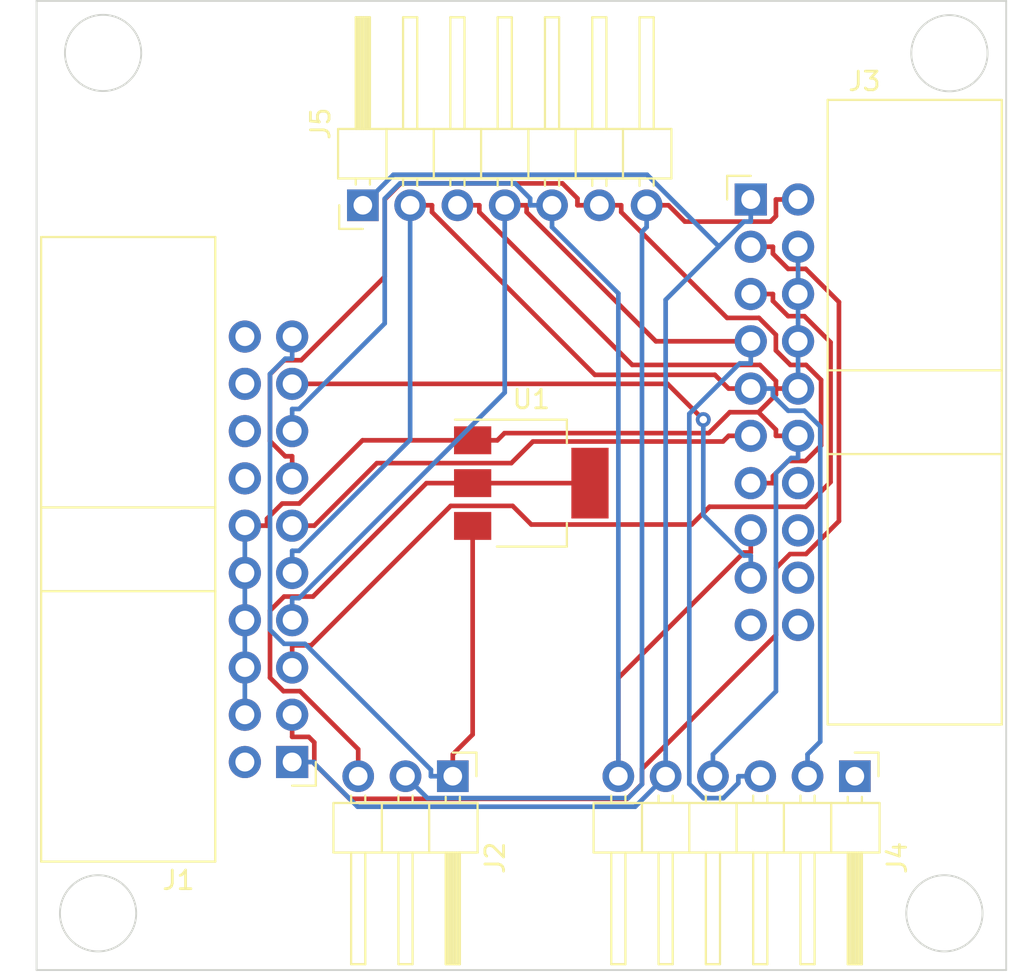
<source format=kicad_pcb>
(kicad_pcb (version 20210228) (generator pcbnew)
  (layers (0 "F.Cu" signal) (31 "B.Cu" signal) (34 "B.Paste" user) (35 "F.Paste" user) (36 "B.SilkS" user "B.Silkscreen") (37 "F.SilkS" user "F.Silkscreen") (38 "B.Mask" user) (39 "F.Mask" user) (44 "Edge.Cuts" user))
  (net 0 "")
  (net 1 "GND")
  (net 2 "/5Vout")
  (net 3 "Net-(J2-Pad3)")
  (net 6 "DBGRQ")
  (net 8 "nRESET")
  (net 10 "SWO")
  (net 11 "RTCK")
  (net 12 "PGC")
  (net 13 "PGD")
  (net 14 "TDI")
  (net 15 "nTRST")
  (net 17 "VTref")
  (net 18 "Vout")
  (footprint "Connector_PinHeader_2.54mm:PinHeader_1x03_P2.54mm_Horizontal" (layer "F.Cu") (at 132.08 116.078 -90)
    (fp_text reference "J2" (at 4.385 -2.27 90) (layer "F.SilkS"))
    (fp_text value "Conn_01x03")
    (fp_line (start 10.1 5.46) (end 4.1 5.46) (layer "F.SilkS") (width 0.12))
    (fp_line (start 1.44 1.27) (end 4.1 1.27) (layer "F.SilkS") (width 0.12))
    (fp_line (start 4.1 -0.32) (end 10.1 -0.32) (layer "F.SilkS") (width 0.12))
    (fp_line (start 1.11 0.38) (end 1.44 0.38) (layer "F.SilkS") (width 0.12))
    (fp_line (start 4.1 -0.38) (end 10.1 -0.38) (layer "F.SilkS") (width 0.12))
    (fp_line (start 1.44 3.81) (end 4.1 3.81) (layer "F.SilkS") (width 0.12))
    (fp_line (start -1.27 0) (end -1.27 -1.27) (layer "F.SilkS") (width 0.12))
    (fp_line (start 1.042929 4.7) (end 1.44 4.7) (layer "F.SilkS") (width 0.12))
    (fp_line (start 4.1 -0.08) (end 10.1 -0.08) (layer "F.SilkS") (width 0.12))
    (fp_line (start 4.1 2.16) (end 10.1 2.16) (layer "F.SilkS") (width 0.12))
    (fp_line (start 1.44 -1.33) (end 1.44 6.41) (layer "F.SilkS") (width 0.12))
    (fp_line (start 4.1 0.04) (end 10.1 0.04) (layer "F.SilkS") (width 0.12))
    (fp_line (start 4.1 -0.2) (end 10.1 -0.2) (layer "F.SilkS") (width 0.12))
    (fp_line (start 10.1 2.92) (end 4.1 2.92) (layer "F.SilkS") (width 0.12))
    (fp_line (start -1.27 -1.27) (end 0 -1.27) (layer "F.SilkS") (width 0.12))
    (fp_line (start 4.1 0.16) (end 10.1 0.16) (layer "F.SilkS") (width 0.12))
    (fp_line (start 10.1 -0.38) (end 10.1 0.38) (layer "F.SilkS") (width 0.12))
    (fp_line (start 1.042929 2.92) (end 1.44 2.92) (layer "F.SilkS") (width 0.12))
    (fp_line (start 10.1 4.7) (end 10.1 5.46) (layer "F.SilkS") (width 0.12))
    (fp_line (start 10.1 2.16) (end 10.1 2.92) (layer "F.SilkS") (width 0.12))
    (fp_line (start 1.11 -0.38) (end 1.44 -0.38) (layer "F.SilkS") (width 0.12))
    (fp_line (start 10.1 0.38) (end 4.1 0.38) (layer "F.SilkS") (width 0.12))
    (fp_line (start 1.042929 5.46) (end 1.44 5.46) (layer "F.SilkS") (width 0.12))
    (fp_line (start 4.1 -1.33) (end 1.44 -1.33) (layer "F.SilkS") (width 0.12))
    (fp_line (start 1.44 6.41) (end 4.1 6.41) (layer "F.SilkS") (width 0.12))
    (fp_line (start 4.1 4.7) (end 10.1 4.7) (layer "F.SilkS") (width 0.12))
    (fp_line (start 1.042929 2.16) (end 1.44 2.16) (layer "F.SilkS") (width 0.12))
    (fp_line (start 4.1 6.41) (end 4.1 -1.33) (layer "F.SilkS") (width 0.12))
    (fp_line (start 4.1 0.28) (end 10.1 0.28) (layer "F.SilkS") (width 0.12))
    (pad "1" thru_hole rect (at 0 0 270) (size 1.7 1.7) (drill 1) (layers *.Cu *.Mask) (net 2 "/5Vout"))
    (pad "2" thru_hole oval (at 0 2.54 270) (size 1.7 1.7) (drill 1) (layers *.Cu *.Mask) (net 18 "Vout"))
    (pad "3" thru_hole oval (at 0 5.08 270) (size 1.7 1.7) (drill 1) (layers *.Cu *.Mask) (net 3 "Net-(J2-Pad3)"))
  )
  (footprint "Package_TO_SOT_SMD:SOT-223-3_TabPin2" (layer "F.Cu") (at 136.296 100.33)
    (fp_text reference "U1" (at 0 -4.5) (layer "F.SilkS"))
    (fp_text value "AMS1117-3.3")
    (fp_line (start -1.85 3.41) (end 1.91 3.41) (layer "F.SilkS") (width 0.12))
    (fp_line (start 1.91 3.41) (end 1.91 2.15) (layer "F.SilkS") (width 0.12))
    (fp_line (start 1.91 -3.41) (end 1.91 -2.15) (layer "F.SilkS") (width 0.12))
    (fp_line (start -4.1 -3.41) (end 1.91 -3.41) (layer "F.SilkS") (width 0.12))
    (pad "1" smd rect (at -3.15 -2.3) (size 2 1.5) (layers "F.Cu" "F.Paste" "F.Mask") (net 1 "GND"))
    (pad "2" smd rect (at 3.15 0) (size 2 3.8) (layers "F.Cu" "F.Paste" "F.Mask") (net 3 "Net-(J2-Pad3)"))
    (pad "2" smd rect (at -3.15 0) (size 2 1.5) (layers "F.Cu" "F.Paste" "F.Mask") (net 3 "Net-(J2-Pad3)"))
    (pad "3" smd rect (at -3.15 2.3) (size 2 1.5) (layers "F.Cu" "F.Paste" "F.Mask") (net 2 "/5Vout"))
  )
  (footprint "Connector_IDC:IDC-Header_2x10_P2.54mm_Horizontal" (layer "F.Cu") (at 148.082 85.09)
    (fp_text reference "J3" (at 6.105 -6.35) (layer "F.SilkS"))
    (fp_text value "Conn_02x10_Odd_Even")
    (fp_line (start 4.13 28.21) (end 13.48 28.21) (layer "F.SilkS") (width 0.12))
    (fp_line (start 0 -1.27) (end -1.27 -1.27) (layer "F.SilkS") (width 0.12))
    (fp_line (start -1.27 -1.27) (end -1.27 0) (layer "F.SilkS") (width 0.12))
    (fp_line (start 13.48 -5.35) (end 13.48 28.21) (layer "F.SilkS") (width 0.12))
    (fp_line (start 4.13 28.21) (end 4.13 -5.35) (layer "F.SilkS") (width 0.12))
    (fp_line (start 4.13 -5.35) (end 13.48 -5.35) (layer "F.SilkS") (width 0.12))
    (fp_line (start 4.13 13.68) (end 13.48 13.68) (layer "F.SilkS") (width 0.12))
    (fp_line (start 4.13 9.18) (end 13.48 9.18) (layer "F.SilkS") (width 0.12))
    (pad "1" thru_hole rect (at 0 0) (size 1.7272 1.7272) (drill 1.016) (layers *.Cu *.Mask) (net 17 "VTref"))
    (pad "2" thru_hole oval (at 2.54 0) (size 1.7272 1.7272) (drill 1.016) (layers *.Cu *.Mask) (net 18 "Vout"))
    (pad "3" thru_hole oval (at 0 2.54) (size 1.7272 1.7272) (drill 1.016) (layers *.Cu *.Mask) (net 15 "nTRST"))
    (pad "4" thru_hole oval (at 2.54 2.54) (size 1.7272 1.7272) (drill 1.016) (layers *.Cu *.Mask) (net 1 "GND"))
    (pad "5" thru_hole oval (at 0 5.08) (size 1.7272 1.7272) (drill 1.016) (layers *.Cu *.Mask) (net 14 "TDI"))
    (pad "6" thru_hole oval (at 2.54 5.08) (size 1.7272 1.7272) (drill 1.016) (layers *.Cu *.Mask) (net 1 "GND"))
    (pad "7" thru_hole oval (at 0 7.62) (size 1.7272 1.7272) (drill 1.016) (layers *.Cu *.Mask) (net 13 "PGD"))
    (pad "8" thru_hole oval (at 2.54 7.62) (size 1.7272 1.7272) (drill 1.016) (layers *.Cu *.Mask) (net 1 "GND"))
    (pad "9" thru_hole oval (at 0 10.16) (size 1.7272 1.7272) (drill 1.016) (layers *.Cu *.Mask) (net 12 "PGC"))
    (pad "10" thru_hole oval (at 2.54 10.16) (size 1.7272 1.7272) (drill 1.016) (layers *.Cu *.Mask) (net 1 "GND"))
    (pad "11" thru_hole oval (at 0 12.7) (size 1.7272 1.7272) (drill 1.016) (layers *.Cu *.Mask) (net 11 "RTCK"))
    (pad "12" thru_hole oval (at 2.54 12.7) (size 1.7272 1.7272) (drill 1.016) (layers *.Cu *.Mask) (net 1 "GND"))
    (pad "13" thru_hole oval (at 0 15.24) (size 1.7272 1.7272) (drill 1.016) (layers *.Cu *.Mask) (net 10 "SWO"))
    (pad "14" thru_hole oval (at 2.54 15.24) (size 1.7272 1.7272) (drill 1.016) (layers *.Cu *.Mask))
    (pad "15" thru_hole oval (at 0 17.78) (size 1.7272 1.7272) (drill 1.016) (layers *.Cu *.Mask) (net 8 "nRESET"))
    (pad "16" thru_hole oval (at 2.54 17.78) (size 1.7272 1.7272) (drill 1.016) (layers *.Cu *.Mask))
    (pad "17" thru_hole oval (at 0 20.32) (size 1.7272 1.7272) (drill 1.016) (layers *.Cu *.Mask) (net 6 "DBGRQ"))
    (pad "18" thru_hole oval (at 2.54 20.32) (size 1.7272 1.7272) (drill 1.016) (layers *.Cu *.Mask))
    (pad "19" thru_hole oval (at 0 22.86) (size 1.7272 1.7272) (drill 1.016) (layers *.Cu *.Mask))
    (pad "20" thru_hole oval (at 2.54 22.86) (size 1.7272 1.7272) (drill 1.016) (layers *.Cu *.Mask))
  )
  (footprint "Connector_IDC:IDC-Header_2x10_P2.54mm_Horizontal" (layer "F.Cu") (at 123.453 115.316 180)
    (fp_text reference "J1" (at 6.105 -6.35) (layer "F.SilkS"))
    (fp_text value "Conn_02x10_Odd_Even")
    (fp_line (start 4.13 9.18) (end 13.48 9.18) (layer "F.SilkS") (width 0.12))
    (fp_line (start 13.48 -5.35) (end 13.48 28.21) (layer "F.SilkS") (width 0.12))
    (fp_line (start 4.13 -5.35) (end 13.48 -5.35) (layer "F.SilkS") (width 0.12))
    (fp_line (start 4.13 28.21) (end 4.13 -5.35) (layer "F.SilkS") (width 0.12))
    (fp_line (start 4.13 13.68) (end 13.48 13.68) (layer "F.SilkS") (width 0.12))
    (fp_line (start 4.13 28.21) (end 13.48 28.21) (layer "F.SilkS") (width 0.12))
    (fp_line (start 0 -1.27) (end -1.27 -1.27) (layer "F.SilkS") (width 0.12))
    (fp_line (start -1.27 -1.27) (end -1.27 0) (layer "F.SilkS") (width 0.12))
    (pad "1" thru_hole rect (at 0 0 180) (size 1.7272 1.7272) (drill 1.016) (layers *.Cu *.Mask) (net 17 "VTref"))
    (pad "2" thru_hole oval (at 2.54 0 180) (size 1.7272 1.7272) (drill 1.016) (layers *.Cu *.Mask))
    (pad "3" thru_hole oval (at 0 2.54 180) (size 1.7272 1.7272) (drill 1.016) (layers *.Cu *.Mask) (net 15 "nTRST"))
    (pad "4" thru_hole oval (at 2.54 2.54 180) (size 1.7272 1.7272) (drill 1.016) (layers *.Cu *.Mask) (net 1 "GND"))
    (pad "5" thru_hole oval (at 0 5.08 180) (size 1.7272 1.7272) (drill 1.016) (layers *.Cu *.Mask) (net 14 "TDI"))
    (pad "6" thru_hole oval (at 2.54 5.08 180) (size 1.7272 1.7272) (drill 1.016) (layers *.Cu *.Mask) (net 1 "GND"))
    (pad "7" thru_hole oval (at 0 7.62 180) (size 1.7272 1.7272) (drill 1.016) (layers *.Cu *.Mask) (net 13 "PGD"))
    (pad "8" thru_hole oval (at 2.54 7.62 180) (size 1.7272 1.7272) (drill 1.016) (layers *.Cu *.Mask) (net 1 "GND"))
    (pad "9" thru_hole oval (at 0 10.16 180) (size 1.7272 1.7272) (drill 1.016) (layers *.Cu *.Mask) (net 12 "PGC"))
    (pad "10" thru_hole oval (at 2.54 10.16 180) (size 1.7272 1.7272) (drill 1.016) (layers *.Cu *.Mask) (net 1 "GND"))
    (pad "11" thru_hole oval (at 0 12.7 180) (size 1.7272 1.7272) (drill 1.016) (layers *.Cu *.Mask) (net 11 "RTCK"))
    (pad "12" thru_hole oval (at 2.54 12.7 180) (size 1.7272 1.7272) (drill 1.016) (layers *.Cu *.Mask) (net 1 "GND"))
    (pad "13" thru_hole oval (at 0 15.24 180) (size 1.7272 1.7272) (drill 1.016) (layers *.Cu *.Mask) (net 10 "SWO"))
    (pad "14" thru_hole oval (at 2.54 15.24 180) (size 1.7272 1.7272) (drill 1.016) (layers *.Cu *.Mask))
    (pad "15" thru_hole oval (at 0 17.78 180) (size 1.7272 1.7272) (drill 1.016) (layers *.Cu *.Mask) (net 8 "nRESET"))
    (pad "16" thru_hole oval (at 2.54 17.78 180) (size 1.7272 1.7272) (drill 1.016) (layers *.Cu *.Mask))
    (pad "17" thru_hole oval (at 0 20.32 180) (size 1.7272 1.7272) (drill 1.016) (layers *.Cu *.Mask) (net 6 "DBGRQ"))
    (pad "18" thru_hole oval (at 2.54 20.32 180) (size 1.7272 1.7272) (drill 1.016) (layers *.Cu *.Mask))
    (pad "19" thru_hole oval (at 0 22.86 180) (size 1.7272 1.7272) (drill 1.016) (layers *.Cu *.Mask) (net 2 "/5Vout"))
    (pad "20" thru_hole oval (at 2.54 22.86 180) (size 1.7272 1.7272) (drill 1.016) (layers *.Cu *.Mask))
  )
  (footprint "Connector_PinHeader_2.54mm:PinHeader_1x07_P2.54mm_Horizontal" (layer "F.Cu") (at 127.249 85.401 90)
    (fp_text reference "J5" (at 4.385 -2.27 90) (layer "F.SilkS"))
    (fp_text value "Conn_01x07")
    (fp_line (start 4.1 -0.32) (end 10.1 -0.32) (layer "F.SilkS") (width 0.12))
    (fp_line (start 4.1 -0.38) (end 10.1 -0.38) (layer "F.SilkS") (width 0.12))
    (fp_line (start 1.44 1.27) (end 4.1 1.27) (layer "F.SilkS") (width 0.12))
    (fp_line (start 1.042929 15.62) (end 1.44 15.62) (layer "F.SilkS") (width 0.12))
    (fp_line (start 10.1 10.54) (end 4.1 10.54) (layer "F.SilkS") (width 0.12))
    (fp_line (start 1.44 8.89) (end 4.1 8.89) (layer "F.SilkS") (width 0.12))
    (fp_line (start 4.1 -1.33) (end 1.44 -1.33) (layer "F.SilkS") (width 0.12))
    (fp_line (start 4.1 0.04) (end 10.1 0.04) (layer "F.SilkS") (width 0.12))
    (fp_line (start 1.042929 8) (end 1.44 8) (layer "F.SilkS") (width 0.12))
    (fp_line (start 1.042929 2.92) (end 1.44 2.92) (layer "F.SilkS") (width 0.12))
    (fp_line (start 1.44 11.43) (end 4.1 11.43) (layer "F.SilkS") (width 0.12))
    (fp_line (start -1.27 -1.27) (end 0 -1.27) (layer "F.SilkS") (width 0.12))
    (fp_line (start 10.1 9.78) (end 10.1 10.54) (layer "F.SilkS") (width 0.12))
    (fp_line (start 4.1 14.86) (end 10.1 14.86) (layer "F.SilkS") (width 0.12))
    (fp_line (start 10.1 -0.38) (end 10.1 0.38) (layer "F.SilkS") (width 0.12))
    (fp_line (start 1.44 6.35) (end 4.1 6.35) (layer "F.SilkS") (width 0.12))
    (fp_line (start 4.1 12.32) (end 10.1 12.32) (layer "F.SilkS") (width 0.12))
    (fp_line (start 10.1 2.92) (end 4.1 2.92) (layer "F.SilkS") (width 0.12))
    (fp_line (start 4.1 0.16) (end 10.1 0.16) (layer "F.SilkS") (width 0.12))
    (fp_line (start 1.042929 14.86) (end 1.44 14.86) (layer "F.SilkS") (width 0.12))
    (fp_line (start 1.44 -1.33) (end 1.44 16.57) (layer "F.SilkS") (width 0.12))
    (fp_line (start 1.042929 4.7) (end 1.44 4.7) (layer "F.SilkS") (width 0.12))
    (fp_line (start 10.1 12.32) (end 10.1 13.08) (layer "F.SilkS") (width 0.12))
    (fp_line (start 1.042929 7.24) (end 1.44 7.24) (layer "F.SilkS") (width 0.12))
    (fp_line (start 10.1 5.46) (end 4.1 5.46) (layer "F.SilkS") (width 0.12))
    (fp_line (start 4.1 -0.2) (end 10.1 -0.2) (layer "F.SilkS") (width 0.12))
    (fp_line (start 1.042929 2.16) (end 1.44 2.16) (layer "F.SilkS") (width 0.12))
    (fp_line (start 10.1 15.62) (end 4.1 15.62) (layer "F.SilkS") (width 0.12))
    (fp_line (start 10.1 4.7) (end 10.1 5.46) (layer "F.SilkS") (width 0.12))
    (fp_line (start 1.44 3.81) (end 4.1 3.81) (layer "F.SilkS") (width 0.12))
    (fp_line (start 4.1 16.57) (end 4.1 -1.33) (layer "F.SilkS") (width 0.12))
    (fp_line (start 10.1 0.38) (end 4.1 0.38) (layer "F.SilkS") (width 0.12))
    (fp_line (start 1.11 -0.38) (end 1.44 -0.38) (layer "F.SilkS") (width 0.12))
    (fp_line (start 10.1 13.08) (end 4.1 13.08) (layer "F.SilkS") (width 0.12))
    (fp_line (start 1.11 0.38) (end 1.44 0.38) (layer "F.SilkS") (width 0.12))
    (fp_line (start 1.042929 10.54) (end 1.44 10.54) (layer "F.SilkS") (width 0.12))
    (fp_line (start 1.44 13.97) (end 4.1 13.97) (layer "F.SilkS") (width 0.12))
    (fp_line (start 1.44 16.57) (end 4.1 16.57) (layer "F.SilkS") (width 0.12))
    (fp_line (start 4.1 9.78) (end 10.1 9.78) (layer "F.SilkS") (width 0.12))
    (fp_line (start 4.1 -0.08) (end 10.1 -0.08) (layer "F.SilkS") (width 0.12))
    (fp_line (start 10.1 14.86) (end 10.1 15.62) (layer "F.SilkS") (width 0.12))
    (fp_line (start 4.1 2.16) (end 10.1 2.16) (layer "F.SilkS") (width 0.12))
    (fp_line (start 10.1 8) (end 4.1 8) (layer "F.SilkS") (width 0.12))
    (fp_line (start 4.1 4.7) (end 10.1 4.7) (layer "F.SilkS") (width 0.12))
    (fp_line (start 1.042929 12.32) (end 1.44 12.32) (layer "F.SilkS") (width 0.12))
    (fp_line (start 1.042929 9.78) (end 1.44 9.78) (layer "F.SilkS") (width 0.12))
    (fp_line (start 4.1 0.28) (end 10.1 0.28) (layer "F.SilkS") (width 0.12))
    (fp_line (start 1.042929 13.08) (end 1.44 13.08) (layer "F.SilkS") (width 0.12))
    (fp_line (start 10.1 7.24) (end 10.1 8) (layer "F.SilkS") (width 0.12))
    (fp_line (start 1.042929 5.46) (end 1.44 5.46) (layer "F.SilkS") (width 0.12))
    (fp_line (start -1.27 0) (end -1.27 -1.27) (layer "F.SilkS") (width 0.12))
    (fp_line (start 4.1 7.24) (end 10.1 7.24) (layer "F.SilkS") (width 0.12))
    (fp_line (start 10.1 2.16) (end 10.1 2.92) (layer "F.SilkS") (width 0.12))
    (pad "1" thru_hole rect (at 0 0 90) (size 1.7 1.7) (drill 1) (layers *.Cu *.Mask) (net 17 "VTref"))
    (pad "2" thru_hole oval (at 0 2.54 90) (size 1.7 1.7) (drill 1) (layers *.Cu *.Mask) (net 12 "PGC"))
    (pad "3" thru_hole oval (at 0 5.08 90) (size 1.7 1.7) (drill 1) (layers *.Cu *.Mask) (net 1 "GND"))
    (pad "4" thru_hole oval (at 0 7.62 90) (size 1.7 1.7) (drill 1) (layers *.Cu *.Mask) (net 13 "PGD"))
    (pad "5" thru_hole oval (at 0 10.16 90) (size 1.7 1.7) (drill 1) (layers *.Cu *.Mask) (net 8 "nRESET"))
    (pad "6" thru_hole oval (at 0 12.7 90) (size 1.7 1.7) (drill 1) (layers *.Cu *.Mask) (net 10 "SWO"))
    (pad "7" thru_hole oval (at 0 15.24 90) (size 1.7 1.7) (drill 1) (layers *.Cu *.Mask) (net 18 "Vout"))
  )
  (footprint "Connector_PinHeader_2.54mm:PinHeader_1x06_P2.54mm_Horizontal" (layer "F.Cu") (at 153.67 116.078 -90)
    (fp_text reference "J4" (at 4.385 -2.27 90) (layer "F.SilkS"))
    (fp_text value "Conn_01x06")
    (fp_line (start 4.1 12.32) (end 10.1 12.32) (layer "F.SilkS") (width 0.12))
    (fp_line (start 1.042929 2.16) (end 1.44 2.16) (layer "F.SilkS") (width 0.12))
    (fp_line (start 1.042929 5.46) (end 1.44 5.46) (layer "F.SilkS") (width 0.12))
    (fp_line (start -1.27 0) (end -1.27 -1.27) (layer "F.SilkS") (width 0.12))
    (fp_line (start 10.1 0.38) (end 4.1 0.38) (layer "F.SilkS") (width 0.12))
    (fp_line (start 1.11 0.38) (end 1.44 0.38) (layer "F.SilkS") (width 0.12))
    (fp_line (start 1.042929 12.32) (end 1.44 12.32) (layer "F.SilkS") (width 0.12))
    (fp_line (start 4.1 7.24) (end 10.1 7.24) (layer "F.SilkS") (width 0.12))
    (fp_line (start 10.1 7.24) (end 10.1 8) (layer "F.SilkS") (width 0.12))
    (fp_line (start 4.1 0.28) (end 10.1 0.28) (layer "F.SilkS") (width 0.12))
    (fp_line (start 1.042929 10.54) (end 1.44 10.54) (layer "F.SilkS") (width 0.12))
    (fp_line (start 1.042929 13.08) (end 1.44 13.08) (layer "F.SilkS") (width 0.12))
    (fp_line (start 4.1 0.04) (end 10.1 0.04) (layer "F.SilkS") (width 0.12))
    (fp_line (start 4.1 14.03) (end 4.1 -1.33) (layer "F.SilkS") (width 0.12))
    (fp_line (start 1.44 14.03) (end 4.1 14.03) (layer "F.SilkS") (width 0.12))
    (fp_line (start 1.44 6.35) (end 4.1 6.35) (layer "F.SilkS") (width 0.12))
    (fp_line (start 1.042929 9.78) (end 1.44 9.78) (layer "F.SilkS") (width 0.12))
    (fp_line (start 4.1 0.16) (end 10.1 0.16) (layer "F.SilkS") (width 0.12))
    (fp_line (start 1.042929 2.92) (end 1.44 2.92) (layer "F.SilkS") (width 0.12))
    (fp_line (start 4.1 -0.2) (end 10.1 -0.2) (layer "F.SilkS") (width 0.12))
    (fp_line (start 10.1 4.7) (end 10.1 5.46) (layer "F.SilkS") (width 0.12))
    (fp_line (start 1.44 3.81) (end 4.1 3.81) (layer "F.SilkS") (width 0.12))
    (fp_line (start 1.042929 7.24) (end 1.44 7.24) (layer "F.SilkS") (width 0.12))
    (fp_line (start 1.44 8.89) (end 4.1 8.89) (layer "F.SilkS") (width 0.12))
    (fp_line (start 4.1 -0.38) (end 10.1 -0.38) (layer "F.SilkS") (width 0.12))
    (fp_line (start 10.1 2.92) (end 4.1 2.92) (layer "F.SilkS") (width 0.12))
    (fp_line (start 10.1 13.08) (end 4.1 13.08) (layer "F.SilkS") (width 0.12))
    (fp_line (start 4.1 -0.32) (end 10.1 -0.32) (layer "F.SilkS") (width 0.12))
    (fp_line (start 4.1 4.7) (end 10.1 4.7) (layer "F.SilkS") (width 0.12))
    (fp_line (start 4.1 -1.33) (end 1.44 -1.33) (layer "F.SilkS") (width 0.12))
    (fp_line (start 10.1 8) (end 4.1 8) (layer "F.SilkS") (width 0.12))
    (fp_line (start 10.1 10.54) (end 4.1 10.54) (layer "F.SilkS") (width 0.12))
    (fp_line (start 10.1 2.16) (end 10.1 2.92) (layer "F.SilkS") (width 0.12))
    (fp_line (start 1.042929 4.7) (end 1.44 4.7) (layer "F.SilkS") (width 0.12))
    (fp_line (start 4.1 9.78) (end 10.1 9.78) (layer "F.SilkS") (width 0.12))
    (fp_line (start 1.042929 8) (end 1.44 8) (layer "F.SilkS") (width 0.12))
    (fp_line (start 1.44 11.43) (end 4.1 11.43) (layer "F.SilkS") (width 0.12))
    (fp_line (start 10.1 5.46) (end 4.1 5.46) (layer "F.SilkS") (width 0.12))
    (fp_line (start 10.1 -0.38) (end 10.1 0.38) (layer "F.SilkS") (width 0.12))
    (fp_line (start 4.1 -0.08) (end 10.1 -0.08) (layer "F.SilkS") (width 0.12))
    (fp_line (start 10.1 9.78) (end 10.1 10.54) (layer "F.SilkS") (width 0.12))
    (fp_line (start 1.11 -0.38) (end 1.44 -0.38) (layer "F.SilkS") (width 0.12))
    (fp_line (start 4.1 2.16) (end 10.1 2.16) (layer "F.SilkS") (width 0.12))
    (fp_line (start 1.44 1.27) (end 4.1 1.27) (layer "F.SilkS") (width 0.12))
    (fp_line (start 10.1 12.32) (end 10.1 13.08) (layer "F.SilkS") (width 0.12))
    (fp_line (start 1.44 -1.33) (end 1.44 14.03) (layer "F.SilkS") (width 0.12))
    (fp_line (start -1.27 -1.27) (end 0 -1.27) (layer "F.SilkS") (width 0.12))
    (pad "1" thru_hole rect (at 0 0 270) (size 1.7 1.7) (drill 1) (layers *.Cu *.Mask))
    (pad "2" thru_hole oval (at 0 2.54 270) (size 1.7 1.7) (drill 1) (layers *.Cu *.Mask) (net 12 "PGC"))
    (pad "3" thru_hole oval (at 0 5.08 270) (size 1.7 1.7) (drill 1) (layers *.Cu *.Mask) (net 13 "PGD"))
    (pad "4" thru_hole oval (at 0 7.62 270) (size 1.7 1.7) (drill 1) (layers *.Cu *.Mask) (net 1 "GND"))
    (pad "5" thru_hole oval (at 0 10.16 270) (size 1.7 1.7) (drill 1) (layers *.Cu *.Mask) (net 17 "VTref"))
    (pad "6" thru_hole oval (at 0 12.7 270) (size 1.7 1.7) (drill 1) (layers *.Cu *.Mask) (net 8 "nRESET"))
  )
  (gr_line (start 161.798 126.492) (end 161.798 74.422) (layer "Edge.Cuts") (width 0.1))
  (gr_circle (center 158.75 77.231813) (end 160.528 78.247813) (layer "Edge.Cuts") (width 0.1) (fill none))
  (gr_line (start 109.728 126.492) (end 161.798 126.492) (layer "Edge.Cuts") (width 0.1))
  (gr_circle (center 113.299813 77.216) (end 115.077813 78.232) (layer "Edge.Cuts") (width 0.1) (fill none))
  (gr_line (start 161.798 74.422) (end 109.728 74.422) (layer "Edge.Cuts") (width 0.1))
  (gr_circle (center 113.03 123.444) (end 114.808 124.46) (layer "Edge.Cuts") (width 0.1) (fill none))
  (gr_line (start 109.728 74.422) (end 109.728 126.492) (layer "Edge.Cuts") (width 0.1))
  (gr_circle (center 158.480187 123.444) (end 160.258187 124.46) (layer "Edge.Cuts") (width 0.1) (fill none))
  (segment (start 149.4331 94.8416) (end 149.4331 95.25) (width 0.25) (layer "F.Cu") (net 1))
  (segment (start 146.9552 96.52) (end 148.4935 96.52) (width 0.25) (layer "F.Cu") (net 1))
  (segment (start 148.4935 96.52) (end 149.4331 95.5804) (width 0.25) (layer "F.Cu") (net 1))
  (segment (start 148.4935 96.52) (end 149.4331 97.4596) (width 0.25) (layer "F.Cu") (net 1))
  (segment (start 150.622 97.79) (end 149.4331 97.79) (width 0.25) (layer "F.Cu") (net 1))
  (segment (start 149.4331 97.4596) (end 149.4331 97.79) (width 0.25) (layer "F.Cu") (net 1))
  (segment (start 122.9192 101.4271) (end 123.8343 101.4271) (width 0.25) (layer "F.Cu") (net 1))
  (segment (start 123.8343 101.4271) (end 127.2314 98.03) (width 0.25) (layer "F.Cu") (net 1))
  (segment (start 133.146 98.03) (end 134.4713 98.03) (width 0.25) (layer "F.Cu") (net 1))
  (segment (start 134.858 97.6433) (end 145.832 97.6433) (width 0.25) (layer "F.Cu") (net 1))
  (segment (start 146.9552 96.5201) (end 146.9552 96.52) (width 0.25) (layer "F.Cu") (net 1))
  (segment (start 132.329 85.401) (end 133.5043 85.401) (width 0.25) (layer "F.Cu") (net 1))
  (segment (start 148.5713 93.9798) (end 149.4331 94.8416) (width 0.25) (layer "F.Cu") (net 1))
  (segment (start 133.5043 85.401) (end 133.5043 85.7683) (width 0.25) (layer "F.Cu") (net 1))
  (segment (start 141.7158 93.9798) (end 148.5713 93.9798) (width 0.25) (layer "F.Cu") (net 1))
  (segment (start 133.5043 85.7683) (end 141.7158 93.9798) (width 0.25) (layer "F.Cu") (net 1))
  (segment (start 134.4713 98.03) (end 134.858 97.6433) (width 0.25) (layer "F.Cu") (net 1))
  (segment (start 149.4331 95.5804) (end 149.4331 95.25) (width 0.25) (layer "F.Cu") (net 1))
  (segment (start 122.1019 102.2444) (end 122.9192 101.4271) (width 0.25) (layer "F.Cu") (net 1))
  (segment (start 120.913 102.616) (end 122.1019 102.616) (width 0.25) (layer "F.Cu") (net 1))
  (segment (start 122.1019 102.616) (end 122.1019 102.2444) (width 0.25) (layer "F.Cu") (net 1))
  (segment (start 145.832 97.6433) (end 146.9552 96.5201) (width 0.25) (layer "F.Cu") (net 1))
  (segment (start 150.622 95.25) (end 149.4331 95.25) (width 0.25) (layer "F.Cu") (net 1))
  (segment (start 127.2314 98.03) (end 133.146 98.03) (width 0.25) (layer "F.Cu") (net 1))
  (segment (start 150.2504 98.9789) (end 149.4331 99.7962) (width 0.25) (layer "B.Cu") (net 1))
  (segment (start 150.622 95.25) (end 150.622 92.71) (width 0.25) (layer "B.Cu") (net 1))
  (segment (start 149.4331 99.7962) (end 149.4331 111.5196) (width 0.25) (layer "B.Cu") (net 1))
  (segment (start 150.622 97.79) (end 150.622 98.9789) (width 0.25) (layer "B.Cu") (net 1))
  (segment (start 120.913 107.696) (end 120.913 105.156) (width 0.25) (layer "B.Cu") (net 1))
  (segment (start 120.913 112.776) (end 120.913 110.236) (width 0.25) (layer "B.Cu") (net 1))
  (segment (start 150.622 90.17) (end 150.622 92.71) (width 0.25) (layer "B.Cu") (net 1))
  (segment (start 146.05 116.078) (end 146.05 114.9027) (width 0.25) (layer "B.Cu") (net 1))
  (segment (start 150.622 87.63) (end 150.622 90.17) (width 0.25) (layer "B.Cu") (net 1))
  (segment (start 149.4331 111.5196) (end 146.05 114.9027) (width 0.25) (layer "B.Cu") (net 1))
  (segment (start 120.913 105.156) (end 120.913 102.616) (width 0.25) (layer "B.Cu") (net 1))
  (segment (start 120.913 110.236) (end 120.913 107.696) (width 0.25) (layer "B.Cu") (net 1))
  (segment (start 150.622 98.9789) (end 150.2504 98.9789) (width 0.25) (layer "B.Cu") (net 1))
  (segment (start 132.08 114.9027) (end 133.146 113.8367) (width 0.25) (layer "F.Cu") (net 2))
  (segment (start 133.146 113.8367) (end 133.146 102.63) (width 0.25) (layer "F.Cu") (net 2))
  (segment (start 132.08 116.078) (end 132.08 114.9027) (width 0.25) (layer "F.Cu") (net 2))
  (segment (start 123.453 93.6449) (end 123.0815 93.6449) (width 0.25) (layer "B.Cu") (net 2))
  (segment (start 124.1404 108.966) (end 130.9047 115.7303) (width 0.25) (layer "B.Cu") (net 2))
  (segment (start 122.264 108.2103) (end 123.0197 108.966) (width 0.25) (layer "B.Cu") (net 2))
  (segment (start 123.453 92.456) (end 123.453 93.6449) (width 0.25) (layer "B.Cu") (net 2))
  (segment (start 122.264 94.4624) (end 122.264 108.2103) (width 0.25) (layer "B.Cu") (net 2))
  (segment (start 123.0815 93.6449) (end 122.264 94.4624) (width 0.25) (layer "B.Cu") (net 2))
  (segment (start 123.0197 108.966) (end 124.1404 108.966) (width 0.25) (layer "B.Cu") (net 2))
  (segment (start 132.08 116.078) (end 130.9047 116.078) (width 0.25) (layer "B.Cu") (net 2))
  (segment (start 130.9047 115.7303) (end 130.9047 116.078) (width 0.25) (layer "B.Cu") (net 2))
  (segment (start 122.264 107.1817) (end 123.0197 106.426) (width 0.25) (layer "F.Cu") (net 3))
  (segment (start 123.8741 111.506) (end 122.985 111.506) (width 0.25) (layer "F.Cu") (net 3))
  (segment (start 130.6668 100.33) (end 133.146 100.33) (width 0.25) (layer "F.Cu") (net 3))
  (segment (start 139.446 100.33) (end 133.146 100.33) (width 0.25) (layer "F.Cu") (net 3))
  (segment (start 124.5708 106.426) (end 130.6668 100.33) (width 0.25) (layer "F.Cu") (net 3))
  (segment (start 127 114.6319) (end 123.8741 111.506) (width 0.25) (layer "F.Cu") (net 3))
  (segment (start 122.985 111.506) (end 122.264 110.785) (width 0.25) (layer "F.Cu") (net 3))
  (segment (start 127 116.078) (end 127 114.6319) (width 0.25) (layer "F.Cu") (net 3))
  (segment (start 123.0197 106.426) (end 124.5708 106.426) (width 0.25) (layer "F.Cu") (net 3))
  (segment (start 122.264 110.785) (end 122.264 107.1817) (width 0.25) (layer "F.Cu") (net 3))
  (segment (start 123.453 94.996) (end 143.6095 94.996) (width 0.25) (layer "F.Cu") (net 6))
  (segment (start 143.6095 94.996) (end 145.5315 96.918) (width 0.25) (layer "F.Cu") (net 6))
  (via (at 145.5315 96.918) (size 0.8) (drill 0.4) (layers "F.Cu" "B.Cu") (net 6))
  (segment (start 147.7105 104.2211) (end 148.082 104.2211) (width 0.25) (layer "B.Cu") (net 6))
  (segment (start 145.5315 102.0421) (end 147.7105 104.2211) (width 0.25) (layer "B.Cu") (net 6))
  (segment (start 145.5315 96.918) (end 145.5315 102.0421) (width 0.25) (layer "B.Cu") (net 6))
  (segment (start 148.082 105.41) (end 148.082 104.2211) (width 0.25) (layer "B.Cu") (net 6))
  (segment (start 140.97 110.7993) (end 147.7104 104.0589) (width 0.25) (layer "F.Cu") (net 8))
  (segment (start 140.97 114.9027) (end 140.97 110.7993) (width 0.25) (layer "F.Cu") (net 8))
  (segment (start 147.7104 104.0589) (end 148.082 104.0589) (width 0.25) (layer "F.Cu") (net 8))
  (segment (start 140.97 116.078) (end 140.97 114.9027) (width 0.25) (layer "F.Cu") (net 8))
  (segment (start 148.082 102.87) (end 148.082 104.0589) (width 0.25) (layer "F.Cu") (net 8))
  (segment (start 135.4258 84.2257) (end 136.2337 85.0336) (width 0.25) (layer "B.Cu") (net 8))
  (segment (start 137.409 85.401) (end 136.2337 85.401) (width 0.25) (layer "B.Cu") (net 8))
  (segment (start 123.8245 96.3471) (end 128.4244 91.7472) (width 0.25) (layer "B.Cu") (net 8))
  (segment (start 137.409 86.5763) (end 140.97 90.1373) (width 0.25) (layer "B.Cu") (net 8))
  (segment (start 136.2337 85.0336) (end 136.2337 85.401) (width 0.25) (layer "B.Cu") (net 8))
  (segment (start 123.453 97.536) (end 123.453 96.3471) (width 0.25) (layer "B.Cu") (net 8))
  (segment (start 129.2475 84.2257) (end 135.4258 84.2257) (width 0.25) (layer "B.Cu") (net 8))
  (segment (start 128.4244 85.0488) (end 129.2475 84.2257) (width 0.25) (layer "B.Cu") (net 8))
  (segment (start 123.453 96.3471) (end 123.8245 96.3471) (width 0.25) (layer "B.Cu") (net 8))
  (segment (start 137.409 85.401) (end 137.409 86.5763) (width 0.25) (layer "B.Cu") (net 8))
  (segment (start 140.97 90.1373) (end 140.97 116.078) (width 0.25) (layer "B.Cu") (net 8))
  (segment (start 128.4244 91.7472) (end 128.4244 85.0488) (width 0.25) (layer "B.Cu") (net 8))
  (segment (start 146.8086 91.4526) (end 148.5215 91.4526) (width 0.25) (layer "F.Cu") (net 10))
  (segment (start 141.1243 85.401) (end 141.1243 85.7683) (width 0.25) (layer "F.Cu") (net 10))
  (segment (start 122.264 94.4817) (end 123.0197 93.726) (width 0.25) (layer "F.Cu") (net 10))
  (segment (start 151.0202 99.1411) (end 150.0882 99.1411) (width 0.25) (layer "F.Cu") (net 10))
  (segment (start 149.2709 99.9584) (end 149.2709 100.33) (width 0.25) (layer "F.Cu") (net 10))
  (segment (start 139.949 85.401) (end 138.7737 85.401) (width 0.25) (layer "F.Cu") (net 10))
  (segment (start 151.8575 98.3038) (end 151.0202 99.1411) (width 0.25) (layer "F.Cu") (net 10))
  (segment (start 123.0815 98.8871) (end 122.264 98.0696) (width 0.25) (layer "F.Cu") (net 10))
  (segment (start 141.1243 85.7683) (end 146.8086 91.4526) (width 0.25) (layer "F.Cu") (net 10))
  (segment (start 137.9658 84.2257) (end 138.7737 85.0336) (width 0.25) (layer "F.Cu") (net 10))
  (segment (start 123.453 100.076) (end 123.453 98.8871) (width 0.25) (layer "F.Cu") (net 10))
  (segment (start 149.4301 93.2005) (end 150.2096 93.98) (width 0.25) (layer "F.Cu") (net 10))
  (segment (start 148.5215 91.4526) (end 149.4301 92.3612) (width 0.25) (layer "F.Cu") (net 10))
  (segment (start 129.2859 84.2257) (end 137.9658 84.2257) (width 0.25) (layer "F.Cu") (net 10))
  (segment (start 123.0197 93.726) (end 123.9373 93.726) (width 0.25) (layer "F.Cu") (net 10))
  (segment (start 151.052 93.98) (end 151.8575 94.7855) (width 0.25) (layer "F.Cu") (net 10))
  (segment (start 123.453 98.8871) (end 123.0815 98.8871) (width 0.25) (layer "F.Cu") (net 10))
  (segment (start 150.2096 93.98) (end 151.052 93.98) (width 0.25) (layer "F.Cu") (net 10))
  (segment (start 138.7737 85.0336) (end 138.7737 85.401) (width 0.25) (layer "F.Cu") (net 10))
  (segment (start 148.082 100.33) (end 149.2709 100.33) (width 0.25) (layer "F.Cu") (net 10))
  (segment (start 128.4244 89.2389) (end 128.4244 85.0872) (width 0.25) (layer "F.Cu") (net 10))
  (segment (start 123.9373 93.726) (end 128.4244 89.2389) (width 0.25) (layer "F.Cu") (net 10))
  (segment (start 122.264 98.0696) (end 122.264 94.4817) (width 0.25) (layer "F.Cu") (net 10))
  (segment (start 128.4244 85.0872) (end 129.2859 84.2257) (width 0.25) (layer "F.Cu") (net 10))
  (segment (start 151.8575 94.7855) (end 151.8575 98.3038) (width 0.25) (layer "F.Cu") (net 10))
  (segment (start 150.0882 99.1411) (end 149.2709 99.9584) (width 0.25) (layer "F.Cu") (net 10))
  (segment (start 139.949 85.401) (end 141.1243 85.401) (width 0.25) (layer "F.Cu") (net 10))
  (segment (start 149.4301 92.3612) (end 149.4301 93.2005) (width 0.25) (layer "F.Cu") (net 10))
  (segment (start 135.2218 99.2546) (end 136.3828 98.0936) (width 0.25) (layer "F.Cu") (net 11))
  (segment (start 124.6419 102.616) (end 128.0033 99.2546) (width 0.25) (layer "F.Cu") (net 11))
  (segment (start 128.0033 99.2546) (end 135.2218 99.2546) (width 0.25) (layer "F.Cu") (net 11))
  (segment (start 136.3828 98.0936) (end 146.5895 98.0936) (width 0.25) (layer "F.Cu") (net 11))
  (segment (start 148.082 97.79) (end 146.8931 97.79) (width 0.25) (layer "F.Cu") (net 11))
  (segment (start 146.5895 98.0936) (end 146.8931 97.79) (width 0.25) (layer "F.Cu") (net 11))
  (segment (start 123.453 102.616) (end 124.6419 102.616) (width 0.25) (layer "F.Cu") (net 11))
  (segment (start 130.9643 85.401) (end 130.9643 85.7683) (width 0.25) (layer "F.Cu") (net 12))
  (segment (start 130.9643 85.7683) (end 139.7074 94.5114) (width 0.25) (layer "F.Cu") (net 12))
  (segment (start 148.082 95.25) (end 146.8931 95.25) (width 0.25) (layer "F.Cu") (net 12))
  (segment (start 139.7074 94.5114) (end 146.1545 94.5114) (width 0.25) (layer "F.Cu") (net 12))
  (segment (start 129.789 85.401) (end 130.9643 85.401) (width 0.25) (layer "F.Cu") (net 12))
  (segment (start 146.1545 94.5114) (end 146.8931 95.25) (width 0.25) (layer "F.Cu") (net 12))
  (segment (start 129.789 98.0026) (end 129.789 85.401) (width 0.25) (layer "B.Cu") (net 12))
  (segment (start 123.453 105.156) (end 123.453 103.9671) (width 0.25) (layer "B.Cu") (net 12))
  (segment (start 151.13 116.078) (end 151.13 114.9027) (width 0.25) (layer "B.Cu") (net 12))
  (segment (start 151.8122 114.2205) (end 151.13 114.9027) (width 0.25) (layer "B.Cu") (net 12))
  (segment (start 123.8245 103.9671) (end 129.789 98.0026) (width 0.25) (layer "B.Cu") (net 12))
  (segment (start 150.0882 96.4389) (end 150.9615 96.4389) (width 0.25) (layer "B.Cu") (net 12))
  (segment (start 150.9615 96.4389) (end 151.8122 97.2896) (width 0.25) (layer "B.Cu") (net 12))
  (segment (start 151.8122 97.2896) (end 151.8122 114.2205) (width 0.25) (layer "B.Cu") (net 12))
  (segment (start 149.2709 95.6216) (end 150.0882 96.4389) (width 0.25) (layer "B.Cu") (net 12))
  (segment (start 123.453 103.9671) (end 123.8245 103.9671) (width 0.25) (layer "B.Cu") (net 12))
  (segment (start 148.082 95.25) (end 149.2709 95.25) (width 0.25) (layer "B.Cu") (net 12))
  (segment (start 149.2709 95.25) (end 149.2709 95.6216) (width 0.25) (layer "B.Cu") (net 12))
  (segment (start 136.0443 85.7683) (end 142.986 92.71) (width 0.25) (layer "F.Cu") (net 13))
  (segment (start 134.869 85.401) (end 136.0443 85.401) (width 0.25) (layer "F.Cu") (net 13))
  (segment (start 142.986 92.71) (end 148.082 92.71) (width 0.25) (layer "F.Cu") (net 13))
  (segment (start 136.0443 85.401) (end 136.0443 85.7683) (width 0.25) (layer "F.Cu") (net 13))
  (segment (start 123.453 106.5071) (end 123.8245 106.5071) (width 0.25) (layer "B.Cu") (net 13))
  (segment (start 123.453 107.696) (end 123.453 106.5071) (width 0.25) (layer "B.Cu") (net 13))
  (segment (start 146.6068 117.2533) (end 147.4147 116.4454) (width 0.25) (layer "B.Cu") (net 13))
  (segment (start 148.082 92.71) (end 148.082 93.8989) (width 0.25) (layer "B.Cu") (net 13))
  (segment (start 144.78 116.4987) (end 145.5346 117.2533) (width 0.25) (layer "B.Cu") (net 13))
  (segment (start 144.78 96.6065) (end 144.78 116.4987) (width 0.25) (layer "B.Cu") (net 13))
  (segment (start 123.8245 106.5071) (end 134.869 95.4626) (width 0.25) (layer "B.Cu") (net 13))
  (segment (start 148.082 93.8989) (end 147.4876 93.8989) (width 0.25) (layer "B.Cu") (net 13))
  (segment (start 148.59 116.078) (end 147.4147 116.078) (width 0.25) (layer "B.Cu") (net 13))
  (segment (start 147.4876 93.8989) (end 144.78 96.6065) (width 0.25) (layer "B.Cu") (net 13))
  (segment (start 145.5346 117.2533) (end 146.6068 117.2533) (width 0.25) (layer "B.Cu") (net 13))
  (segment (start 134.869 95.4626) (end 134.869 85.401) (width 0.25) (layer "B.Cu") (net 13))
  (segment (start 147.4147 116.4454) (end 147.4147 116.078) (width 0.25) (layer "B.Cu") (net 13))
  (segment (start 135.2952 101.5546) (end 136.296 102.5554) (width 0.25) (layer "F.Cu") (net 14))
  (segment (start 149.2709 90.5416) (end 149.2709 90.17) (width 0.25) (layer "F.Cu") (net 14))
  (segment (start 123.453 109.0471) (end 124.4738 109.0471) (width 0.25) (layer "F.Cu") (net 14))
  (segment (start 136.296 102.5554) (end 144.9116 102.5554) (width 0.25) (layer "F.Cu") (net 14))
  (segment (start 150.0882 91.3589) (end 149.2709 90.5416) (width 0.25) (layer "F.Cu") (net 14))
  (segment (start 131.9663 101.5546) (end 135.2952 101.5546) (width 0.25) (layer "F.Cu") (net 14))
  (segment (start 145.867 101.6) (end 151.038 101.6) (width 0.25) (layer "F.Cu") (net 14))
  (segment (start 152.3662 100.2718) (end 152.3662 92.7653) (width 0.25) (layer "F.Cu") (net 14))
  (segment (start 123.453 110.236) (end 123.453 109.0471) (width 0.25) (layer "F.Cu") (net 14))
  (segment (start 151.038 101.6) (end 152.3662 100.2718) (width 0.25) (layer "F.Cu") (net 14))
  (segment (start 124.4738 109.0471) (end 131.9663 101.5546) (width 0.25) (layer "F.Cu") (net 14))
  (segment (start 150.9598 91.3589) (end 150.0882 91.3589) (width 0.25) (layer "F.Cu") (net 14))
  (segment (start 144.9116 102.5554) (end 145.867 101.6) (width 0.25) (layer "F.Cu") (net 14))
  (segment (start 152.3662 92.7653) (end 150.9598 91.3589) (width 0.25) (layer "F.Cu") (net 14))
  (segment (start 148.082 90.17) (end 149.2709 90.17) (width 0.25) (layer "F.Cu") (net 14))
  (segment (start 151.0478 104.14) (end 152.8166 102.3712) (width 0.25) (layer "F.Cu") (net 15))
  (segment (start 152.8166 102.3712) (end 152.8166 90.5989) (width 0.25) (layer "F.Cu") (net 15))
  (segment (start 150.1887 104.14) (end 151.0478 104.14) (width 0.25) (layer "F.Cu") (net 15))
  (segment (start 141.441 117.2931) (end 142.24 116.4941) (width 0.25) (layer "F.Cu") (net 15))
  (segment (start 152.8166 90.5989) (end 151.0366 88.8189) (width 0.25) (layer "F.Cu") (net 15))
  (segment (start 124.6419 115.3978) (end 126.5372 117.2931) (width 0.25) (layer "F.Cu") (net 15))
  (segment (start 123.453 113.9649) (end 124.3447 113.9649) (width 0.25) (layer "F.Cu") (net 15))
  (segment (start 149.433 108.4928) (end 149.433 104.8957) (width 0.25) (layer "F.Cu") (net 15))
  (segment (start 151.0366 88.8189) (end 150.0882 88.8189) (width 0.25) (layer "F.Cu") (net 15))
  (segment (start 126.5372 117.2931) (end 141.441 117.2931) (width 0.25) (layer "F.Cu") (net 15))
  (segment (start 142.24 116.4941) (end 142.24 115.6858) (width 0.25) (layer "F.Cu") (net 15))
  (segment (start 149.2709 88.0016) (end 149.2709 87.63) (width 0.25) (layer "F.Cu") (net 15))
  (segment (start 149.433 104.8957) (end 150.1887 104.14) (width 0.25) (layer "F.Cu") (net 15))
  (segment (start 124.3447 113.9649) (end 124.6419 114.2621) (width 0.25) (layer "F.Cu") (net 15))
  (segment (start 123.453 112.776) (end 123.453 113.9649) (width 0.25) (layer "F.Cu") (net 15))
  (segment (start 124.6419 114.2621) (end 124.6419 115.3978) (width 0.25) (layer "F.Cu") (net 15))
  (segment (start 142.24 115.6858) (end 149.433 108.4928) (width 0.25) (layer "F.Cu") (net 15))
  (segment (start 148.082 87.63) (end 149.2709 87.63) (width 0.25) (layer "F.Cu") (net 15))
  (segment (start 150.0882 88.8189) (end 149.2709 88.0016) (width 0.25) (layer "F.Cu") (net 15))
  (segment (start 146.3699 87.6195) (end 142.5105 83.7601) (width 0.25) (layer "B.Cu") (net 17))
  (segment (start 147.7105 86.2789) (end 148.082 86.2789) (width 0.25) (layer "B.Cu") (net 17))
  (segment (start 124.6419 115.316) (end 124.6419 115.3903) (width 0.25) (layer "B.Cu") (net 17))
  (segment (start 128.8899 83.7601) (end 127.249 85.401) (width 0.25) (layer "B.Cu") (net 17))
  (segment (start 124.6419 115.3903) (end 126.9683 117.7167) (width 0.25) (layer "B.Cu") (net 17))
  (segment (start 142.5105 83.7601) (end 128.8899 83.7601) (width 0.25) (layer "B.Cu") (net 17))
  (segment (start 141.8713 117.7167) (end 143.51 116.078) (width 0.25) (layer "B.Cu") (net 17))
  (segment (start 126.9683 117.7167) (end 141.8713 117.7167) (width 0.25) (layer "B.Cu") (net 17))
  (segment (start 146.3699 87.6195) (end 147.7105 86.2789) (width 0.25) (layer "B.Cu") (net 17))
  (segment (start 123.453 115.316) (end 124.6419 115.316) (width 0.25) (layer "B.Cu") (net 17))
  (segment (start 143.51 90.4794) (end 143.51 114.9027) (width 0.25) (layer "B.Cu") (net 17))
  (segment (start 146.3699 87.6195) (end 143.51 90.4794) (width 0.25) (layer "B.Cu") (net 17))
  (segment (start 143.51 116.078) (end 143.51 114.9027) (width 0.25) (layer "B.Cu") (net 17))
  (segment (start 148.082 85.09) (end 148.082 86.2789) (width 0.25) (layer "B.Cu") (net 17))
  (segment (start 144.5422 86.2789) (end 143.6643 85.401) (width 0.25) (layer "F.Cu") (net 18))
  (segment (start 149.1359 86.2789) (end 144.5422 86.2789) (width 0.25) (layer "F.Cu") (net 18))
  (segment (start 142.489 85.401) (end 143.6643 85.401) (width 0.25) (layer "F.Cu") (net 18))
  (segment (start 149.4331 85.9817) (end 149.1359 86.2789) (width 0.25) (layer "F.Cu") (net 18))
  (segment (start 149.4331 85.09) (end 149.4331 85.9817) (width 0.25) (layer "F.Cu") (net 18))
  (segment (start 150.622 85.09) (end 149.4331 85.09) (width 0.25) (layer "F.Cu") (net 18))
  (segment (start 142.24 86.8253) (end 142.24 116.5114) (width 0.25) (layer "B.Cu") (net 18))
  (segment (start 142.24 116.5114) (end 141.498 117.2534) (width 0.25) (layer "B.Cu") (net 18))
  (segment (start 141.498 117.2534) (end 130.7154 117.2534) (width 0.25) (layer "B.Cu") (net 18))
  (segment (start 142.489 86.5763) (end 142.24 86.8253) (width 0.25) (layer "B.Cu") (net 18))
  (segment (start 142.489 85.401) (end 142.489 86.5763) (width 0.25) (layer "B.Cu") (net 18))
  (segment (start 130.7154 117.2534) (end 129.54 116.078) (width 0.25) (layer "B.Cu") (net 18))
)
</source>
